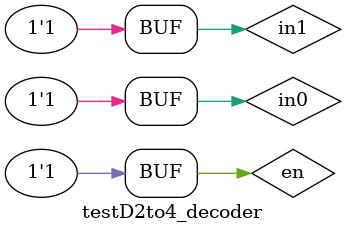
<source format=sv>
`timescale 1ns / 1ps

module testD2to4_decoder();
   logic in1,in0,en;
   logic y3,y2,y1,y0;
   //instantiate device under test
   D2to4_decoder dut(y3,y2,y1,y0,in1,in0,en);
   //apply inputs one at a time
   initial begin
     in1 = 0; in0 = 0; en = 0; #10;
     en = 1; #10;
     in0 = 1; en = 0; #10;
     en = 1; #10;
     in1 = 1; in0 = 0; en = 0; #10;
     en = 1; #10;
     in0 = 1; en = 0; #10;
     en = 1; #10;
   end
endmodule
</source>
